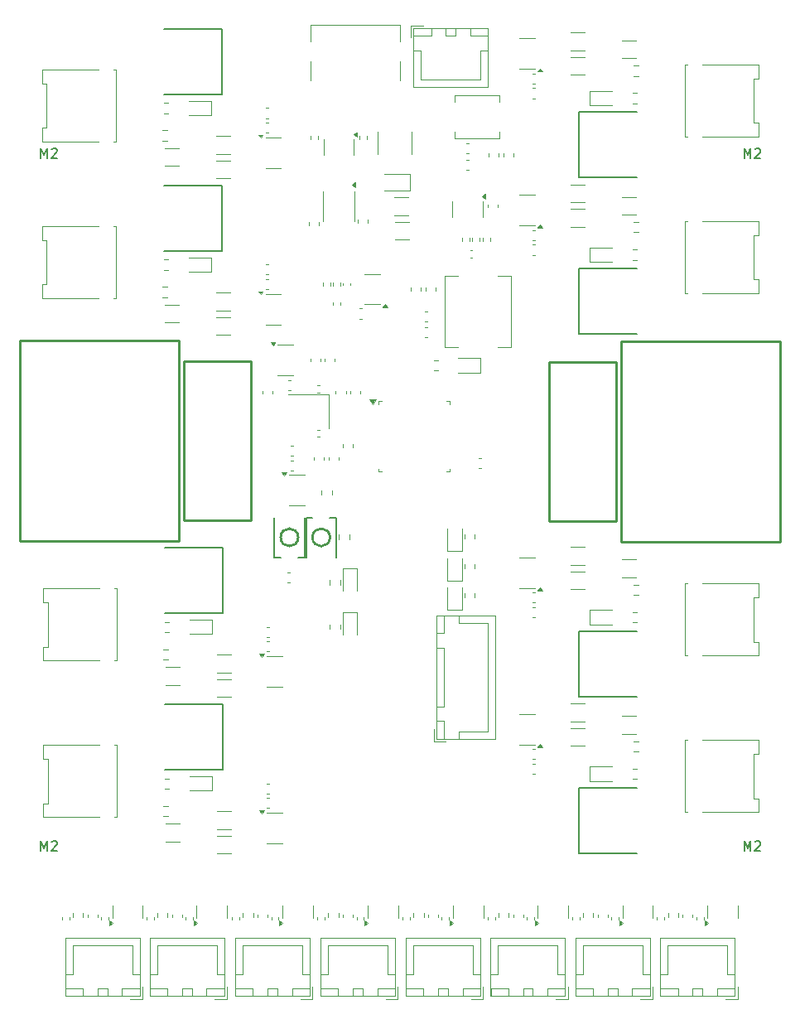
<source format=gbr>
%TF.GenerationSoftware,KiCad,Pcbnew,9.0.3-9.0.3-0~ubuntu24.04.1*%
%TF.CreationDate,2025-08-15T16:19:55-04:00*%
%TF.ProjectId,power distribution,706f7765-7220-4646-9973-747269627574,rev?*%
%TF.SameCoordinates,Original*%
%TF.FileFunction,Legend,Top*%
%TF.FilePolarity,Positive*%
%FSLAX46Y46*%
G04 Gerber Fmt 4.6, Leading zero omitted, Abs format (unit mm)*
G04 Created by KiCad (PCBNEW 9.0.3-9.0.3-0~ubuntu24.04.1) date 2025-08-15 16:19:55*
%MOMM*%
%LPD*%
G01*
G04 APERTURE LIST*
%ADD10C,0.150000*%
%ADD11C,0.120000*%
%ADD12C,0.250000*%
G04 APERTURE END LIST*
D10*
X163990476Y-96604819D02*
X163990476Y-95604819D01*
X163990476Y-95604819D02*
X164323809Y-96319104D01*
X164323809Y-96319104D02*
X164657142Y-95604819D01*
X164657142Y-95604819D02*
X164657142Y-96604819D01*
X165085714Y-95700057D02*
X165133333Y-95652438D01*
X165133333Y-95652438D02*
X165228571Y-95604819D01*
X165228571Y-95604819D02*
X165466666Y-95604819D01*
X165466666Y-95604819D02*
X165561904Y-95652438D01*
X165561904Y-95652438D02*
X165609523Y-95700057D01*
X165609523Y-95700057D02*
X165657142Y-95795295D01*
X165657142Y-95795295D02*
X165657142Y-95890533D01*
X165657142Y-95890533D02*
X165609523Y-96033390D01*
X165609523Y-96033390D02*
X165038095Y-96604819D01*
X165038095Y-96604819D02*
X165657142Y-96604819D01*
X163990476Y-25804819D02*
X163990476Y-24804819D01*
X163990476Y-24804819D02*
X164323809Y-25519104D01*
X164323809Y-25519104D02*
X164657142Y-24804819D01*
X164657142Y-24804819D02*
X164657142Y-25804819D01*
X165085714Y-24900057D02*
X165133333Y-24852438D01*
X165133333Y-24852438D02*
X165228571Y-24804819D01*
X165228571Y-24804819D02*
X165466666Y-24804819D01*
X165466666Y-24804819D02*
X165561904Y-24852438D01*
X165561904Y-24852438D02*
X165609523Y-24900057D01*
X165609523Y-24900057D02*
X165657142Y-24995295D01*
X165657142Y-24995295D02*
X165657142Y-25090533D01*
X165657142Y-25090533D02*
X165609523Y-25233390D01*
X165609523Y-25233390D02*
X165038095Y-25804819D01*
X165038095Y-25804819D02*
X165657142Y-25804819D01*
X92090476Y-25804819D02*
X92090476Y-24804819D01*
X92090476Y-24804819D02*
X92423809Y-25519104D01*
X92423809Y-25519104D02*
X92757142Y-24804819D01*
X92757142Y-24804819D02*
X92757142Y-25804819D01*
X93185714Y-24900057D02*
X93233333Y-24852438D01*
X93233333Y-24852438D02*
X93328571Y-24804819D01*
X93328571Y-24804819D02*
X93566666Y-24804819D01*
X93566666Y-24804819D02*
X93661904Y-24852438D01*
X93661904Y-24852438D02*
X93709523Y-24900057D01*
X93709523Y-24900057D02*
X93757142Y-24995295D01*
X93757142Y-24995295D02*
X93757142Y-25090533D01*
X93757142Y-25090533D02*
X93709523Y-25233390D01*
X93709523Y-25233390D02*
X93138095Y-25804819D01*
X93138095Y-25804819D02*
X93757142Y-25804819D01*
X92090476Y-96604819D02*
X92090476Y-95604819D01*
X92090476Y-95604819D02*
X92423809Y-96319104D01*
X92423809Y-96319104D02*
X92757142Y-95604819D01*
X92757142Y-95604819D02*
X92757142Y-96604819D01*
X93185714Y-95700057D02*
X93233333Y-95652438D01*
X93233333Y-95652438D02*
X93328571Y-95604819D01*
X93328571Y-95604819D02*
X93566666Y-95604819D01*
X93566666Y-95604819D02*
X93661904Y-95652438D01*
X93661904Y-95652438D02*
X93709523Y-95700057D01*
X93709523Y-95700057D02*
X93757142Y-95795295D01*
X93757142Y-95795295D02*
X93757142Y-95890533D01*
X93757142Y-95890533D02*
X93709523Y-96033390D01*
X93709523Y-96033390D02*
X93138095Y-96604819D01*
X93138095Y-96604819D02*
X93757142Y-96604819D01*
D11*
%TO.C,R11*%
X109986946Y-26050000D02*
X111441074Y-26050000D01*
X109986946Y-27870000D02*
X111441074Y-27870000D01*
%TO.C,C56*%
X157710000Y-103084420D02*
X157710000Y-103365580D01*
X158730000Y-103084420D02*
X158730000Y-103365580D01*
%TO.C,R22*%
X104736946Y-40800000D02*
X106191074Y-40800000D01*
X104736946Y-42620000D02*
X106191074Y-42620000D01*
%TO.C,C1*%
X142615580Y-70220000D02*
X142334420Y-70220000D01*
X142615580Y-71240000D02*
X142334420Y-71240000D01*
%TO.C,C42*%
X121102500Y-46565580D02*
X121102500Y-46284420D01*
X122122500Y-46565580D02*
X122122500Y-46284420D01*
%TO.C,D25*%
X134700000Y-47735000D02*
X136985000Y-47735000D01*
X136985000Y-46265000D02*
X134700000Y-46265000D01*
X136985000Y-47735000D02*
X136985000Y-46265000D01*
%TO.C,R7*%
X152952064Y-66820000D02*
X151497936Y-66820000D01*
X152952064Y-68640000D02*
X151497936Y-68640000D01*
%TO.C,F1*%
X126540000Y-23088748D02*
X126540000Y-25411252D01*
X129960000Y-23088748D02*
X129960000Y-25411252D01*
%TO.C,D14*%
X122925000Y-67715000D02*
X122925000Y-70000000D01*
X124395000Y-67715000D02*
X122925000Y-67715000D01*
X124395000Y-70000000D02*
X124395000Y-67715000D01*
%TO.C,J2*%
X92194010Y-16775000D02*
X97944010Y-16775000D01*
X92194010Y-18195000D02*
X92194010Y-16775000D01*
X92194010Y-22725000D02*
X92694010Y-22725000D01*
X92194010Y-24145000D02*
X92194010Y-22725000D01*
X92694010Y-18195000D02*
X92194010Y-18195000D01*
X92694010Y-22725000D02*
X92694010Y-18195000D01*
X97944010Y-24145000D02*
X92194010Y-24145000D01*
X99484010Y-24145000D02*
X99784010Y-24145000D01*
X99784010Y-16775000D02*
X99484010Y-16775000D01*
X99784010Y-24145000D02*
X99784010Y-16775000D01*
%TO.C,R77*%
X152556492Y-35157500D02*
X153031008Y-35157500D01*
X152556492Y-36202500D02*
X153031008Y-36202500D01*
%TO.C,D21*%
X151540000Y-102812500D02*
X151540000Y-102162500D01*
X151540000Y-102812500D02*
X151540000Y-103462500D01*
X154660000Y-102812500D02*
X154660000Y-102162500D01*
X154660000Y-102812500D02*
X154660000Y-103462500D01*
X151590000Y-103975000D02*
X151260000Y-104215000D01*
X151260000Y-103735000D01*
X151590000Y-103975000D01*
G36*
X151590000Y-103975000D02*
G01*
X151260000Y-104215000D01*
X151260000Y-103735000D01*
X151590000Y-103975000D01*
G37*
%TO.C,R83*%
X156197500Y-103412258D02*
X156197500Y-102937742D01*
X157242500Y-103412258D02*
X157242500Y-102937742D01*
%TO.C,R42*%
X111531074Y-92570000D02*
X110076946Y-92570000D01*
X111531074Y-94390000D02*
X110076946Y-94390000D01*
%TO.C,R78*%
X146247936Y-31020000D02*
X147702064Y-31020000D01*
X146247936Y-32840000D02*
X147702064Y-32840000D01*
D10*
%TO.C,SW1*%
X115960000Y-62540000D02*
X115960000Y-66600000D01*
X115960000Y-66600000D02*
X116620000Y-66600000D01*
X119040000Y-62540000D02*
X119040000Y-66600000D01*
X119040000Y-66600000D02*
X118380000Y-66600000D01*
D12*
X118400000Y-64570000D02*
G75*
G02*
X116600000Y-64570000I-900000J0D01*
G01*
X116600000Y-64570000D02*
G75*
G02*
X118400000Y-64570000I900000J0D01*
G01*
D11*
%TO.C,R44*%
X94265000Y-103346359D02*
X94265000Y-103653641D01*
X95025000Y-103346359D02*
X95025000Y-103653641D01*
D10*
%TO.C,Q8*%
X147055000Y-37110000D02*
X147055000Y-43800000D01*
X153025000Y-37110000D02*
X147055000Y-37110000D01*
X153025000Y-43800000D02*
X147055000Y-43800000D01*
D11*
%TO.C,C3*%
X122240000Y-49890580D02*
X122240000Y-49609420D01*
X123260000Y-49890580D02*
X123260000Y-49609420D01*
%TO.C,U10*%
X115941510Y-76720000D02*
X115141510Y-76720000D01*
X115941510Y-76720000D02*
X116741510Y-76720000D01*
X115941510Y-79840000D02*
X115141510Y-79840000D01*
X115941510Y-79840000D02*
X116741510Y-79840000D01*
X114641510Y-76770000D02*
X114401510Y-76440000D01*
X114881510Y-76440000D01*
X114641510Y-76770000D01*
G36*
X114641510Y-76770000D02*
G01*
X114401510Y-76440000D01*
X114881510Y-76440000D01*
X114641510Y-76770000D01*
G37*
D12*
%TO.C,J17*%
X89984010Y-44440000D02*
X89984010Y-64940000D01*
X89984010Y-64940000D02*
X106184010Y-64940000D01*
X106184010Y-44440000D02*
X89984010Y-44440000D01*
X106184010Y-64940000D02*
X106184010Y-44440000D01*
D11*
%TO.C,R33*%
X104826946Y-77820000D02*
X106281074Y-77820000D01*
X104826946Y-79640000D02*
X106281074Y-79640000D01*
%TO.C,R1*%
X152556492Y-72207500D02*
X153031008Y-72207500D01*
X152556492Y-73252500D02*
X153031008Y-73252500D01*
%TO.C,U8*%
X120978000Y-24712000D02*
X120978000Y-23912000D01*
X120978000Y-24712000D02*
X120978000Y-25512000D01*
X124098000Y-24712000D02*
X124098000Y-23912000D01*
X124098000Y-24712000D02*
X124098000Y-25512000D01*
X124378000Y-23652000D02*
X124048000Y-23412000D01*
X124378000Y-23172000D01*
X124378000Y-23652000D01*
G36*
X124378000Y-23652000D02*
G01*
X124048000Y-23412000D01*
X124378000Y-23172000D01*
X124378000Y-23652000D01*
G37*
%TO.C,C25*%
X135584420Y-24290000D02*
X135865580Y-24290000D01*
X135584420Y-25310000D02*
X135865580Y-25310000D01*
%TO.C,R43*%
X104826946Y-93820000D02*
X106281074Y-93820000D01*
X104826946Y-95640000D02*
X106281074Y-95640000D01*
%TO.C,C11*%
X131440000Y-39059420D02*
X131440000Y-39340580D01*
X132460000Y-39059420D02*
X132460000Y-39340580D01*
%TO.C,C23*%
X137765000Y-30840580D02*
X137765000Y-30559420D01*
X138785000Y-30840580D02*
X138785000Y-30559420D01*
%TO.C,R68*%
X152952064Y-13770000D02*
X151497936Y-13770000D01*
X152952064Y-15590000D02*
X151497936Y-15590000D01*
%TO.C,J13*%
X157905000Y-16245000D02*
X157905000Y-23615000D01*
X157905000Y-23615000D02*
X158205000Y-23615000D01*
X158205000Y-16245000D02*
X157905000Y-16245000D01*
X159745000Y-16245000D02*
X165495000Y-16245000D01*
X164995000Y-17665000D02*
X164995000Y-22195000D01*
X164995000Y-22195000D02*
X165495000Y-22195000D01*
X165495000Y-16245000D02*
X165495000Y-17665000D01*
X165495000Y-17665000D02*
X164995000Y-17665000D01*
X165495000Y-22195000D02*
X165495000Y-23615000D01*
X165495000Y-23615000D02*
X159745000Y-23615000D01*
%TO.C,C44*%
X131700000Y-103084420D02*
X131700000Y-103365580D01*
X132720000Y-103084420D02*
X132720000Y-103365580D01*
%TO.C,J3*%
X157905000Y-85295000D02*
X157905000Y-92665000D01*
X157905000Y-92665000D02*
X158205000Y-92665000D01*
X158205000Y-85295000D02*
X157905000Y-85295000D01*
X159745000Y-85295000D02*
X165495000Y-85295000D01*
X164995000Y-86715000D02*
X164995000Y-91245000D01*
X164995000Y-91245000D02*
X165495000Y-91245000D01*
X165495000Y-85295000D02*
X165495000Y-86715000D01*
X165495000Y-86715000D02*
X164995000Y-86715000D01*
X165495000Y-91245000D02*
X165495000Y-92665000D01*
X165495000Y-92665000D02*
X159745000Y-92665000D01*
%TO.C,R45*%
X98265000Y-103346359D02*
X98265000Y-103653641D01*
X99025000Y-103346359D02*
X99025000Y-103653641D01*
%TO.C,C38*%
X115163430Y-91220000D02*
X115444590Y-91220000D01*
X115163430Y-92240000D02*
X115444590Y-92240000D01*
%TO.C,C30*%
X124490000Y-32390580D02*
X124490000Y-32109420D01*
X125510000Y-32390580D02*
X125510000Y-32109420D01*
%TO.C,R17*%
X105132518Y-36187500D02*
X104658002Y-36187500D01*
X105132518Y-37232500D02*
X104658002Y-37232500D01*
%TO.C,U9*%
X120890000Y-30750000D02*
X120890000Y-29250000D01*
X120890000Y-30750000D02*
X120890000Y-32250000D01*
X124110000Y-30750000D02*
X124110000Y-29250000D01*
X124110000Y-30750000D02*
X124110000Y-32250000D01*
X124265000Y-28777500D02*
X123935000Y-28537500D01*
X124265000Y-28297500D01*
X124265000Y-28777500D01*
G36*
X124265000Y-28777500D02*
G01*
X123935000Y-28537500D01*
X124265000Y-28297500D01*
X124265000Y-28777500D01*
G37*
%TO.C,C40*%
X114740000Y-49609420D02*
X114740000Y-49890580D01*
X115760000Y-49609420D02*
X115760000Y-49890580D01*
%TO.C,C53*%
X114260000Y-103084420D02*
X114260000Y-103365580D01*
X115280000Y-103084420D02*
X115280000Y-103365580D01*
%TO.C,J14*%
X103210000Y-105490000D02*
X103210000Y-111460000D01*
X103210000Y-111460000D02*
X110830000Y-111460000D01*
X103220000Y-109200000D02*
X103970000Y-109200000D01*
X103220000Y-110700000D02*
X103220000Y-111450000D01*
X103220000Y-111450000D02*
X105020000Y-111450000D01*
X103970000Y-106250000D02*
X107020000Y-106250000D01*
X103970000Y-109200000D02*
X103970000Y-106250000D01*
X105020000Y-110700000D02*
X103220000Y-110700000D01*
X105020000Y-111450000D02*
X105020000Y-110700000D01*
X106520000Y-110700000D02*
X106520000Y-111450000D01*
X106520000Y-111450000D02*
X107520000Y-111450000D01*
X107520000Y-110700000D02*
X106520000Y-110700000D01*
X107520000Y-111450000D02*
X107520000Y-110700000D01*
X109020000Y-110700000D02*
X109020000Y-111450000D01*
X109020000Y-111450000D02*
X110820000Y-111450000D01*
X109870000Y-111750000D02*
X111120000Y-111750000D01*
X110070000Y-106250000D02*
X107020000Y-106250000D01*
X110070000Y-109200000D02*
X110070000Y-106250000D01*
X110820000Y-109200000D02*
X110070000Y-109200000D01*
X110820000Y-110700000D02*
X109020000Y-110700000D01*
X110820000Y-111450000D02*
X110820000Y-110700000D01*
X110830000Y-105490000D02*
X103210000Y-105490000D01*
X110830000Y-111460000D02*
X110830000Y-105490000D01*
X111120000Y-111750000D02*
X111120000Y-110500000D01*
%TO.C,J15*%
X138070000Y-105490000D02*
X138070000Y-111460000D01*
X138070000Y-111460000D02*
X145690000Y-111460000D01*
X138080000Y-109200000D02*
X138830000Y-109200000D01*
X138080000Y-110700000D02*
X138080000Y-111450000D01*
X138080000Y-111450000D02*
X139880000Y-111450000D01*
X138830000Y-106250000D02*
X141880000Y-106250000D01*
X138830000Y-109200000D02*
X138830000Y-106250000D01*
X139880000Y-110700000D02*
X138080000Y-110700000D01*
X139880000Y-111450000D02*
X139880000Y-110700000D01*
X141380000Y-110700000D02*
X141380000Y-111450000D01*
X141380000Y-111450000D02*
X142380000Y-111450000D01*
X142380000Y-110700000D02*
X141380000Y-110700000D01*
X142380000Y-111450000D02*
X142380000Y-110700000D01*
X143880000Y-110700000D02*
X143880000Y-111450000D01*
X143880000Y-111450000D02*
X145680000Y-111450000D01*
X144730000Y-111750000D02*
X145980000Y-111750000D01*
X144930000Y-106250000D02*
X141880000Y-106250000D01*
X144930000Y-109200000D02*
X144930000Y-106250000D01*
X145680000Y-109200000D02*
X144930000Y-109200000D01*
X145680000Y-110700000D02*
X143880000Y-110700000D01*
X145680000Y-111450000D02*
X145680000Y-110700000D01*
X145690000Y-105490000D02*
X138070000Y-105490000D01*
X145690000Y-111460000D02*
X145690000Y-105490000D01*
X145980000Y-111750000D02*
X145980000Y-110500000D01*
%TO.C,C21*%
X115073430Y-38200000D02*
X115354590Y-38200000D01*
X115073430Y-39220000D02*
X115354590Y-39220000D01*
%TO.C,J10*%
X94585000Y-105490000D02*
X94585000Y-111460000D01*
X94585000Y-111460000D02*
X102205000Y-111460000D01*
X94595000Y-109200000D02*
X95345000Y-109200000D01*
X94595000Y-110700000D02*
X94595000Y-111450000D01*
X94595000Y-111450000D02*
X96395000Y-111450000D01*
X95345000Y-106250000D02*
X98395000Y-106250000D01*
X95345000Y-109200000D02*
X95345000Y-106250000D01*
X96395000Y-110700000D02*
X94595000Y-110700000D01*
X96395000Y-111450000D02*
X96395000Y-110700000D01*
X97895000Y-110700000D02*
X97895000Y-111450000D01*
X97895000Y-111450000D02*
X98895000Y-111450000D01*
X98895000Y-110700000D02*
X97895000Y-110700000D01*
X98895000Y-111450000D02*
X98895000Y-110700000D01*
X100395000Y-110700000D02*
X100395000Y-111450000D01*
X100395000Y-111450000D02*
X102195000Y-111450000D01*
X101245000Y-111750000D02*
X102495000Y-111750000D01*
X101445000Y-106250000D02*
X98395000Y-106250000D01*
X101445000Y-109200000D02*
X101445000Y-106250000D01*
X102195000Y-109200000D02*
X101445000Y-109200000D01*
X102195000Y-110700000D02*
X100395000Y-110700000D01*
X102195000Y-111450000D02*
X102195000Y-110700000D01*
X102205000Y-105490000D02*
X94585000Y-105490000D01*
X102205000Y-111460000D02*
X102205000Y-105490000D01*
X102495000Y-111750000D02*
X102495000Y-110500000D01*
%TO.C,C7*%
X119990000Y-56359420D02*
X119990000Y-56640580D01*
X121010000Y-56359420D02*
X121010000Y-56640580D01*
%TO.C,R61*%
X102890000Y-103346359D02*
X102890000Y-103653641D01*
X103650000Y-103346359D02*
X103650000Y-103653641D01*
%TO.C,R87*%
X159090000Y-103346359D02*
X159090000Y-103653641D01*
X159850000Y-103346359D02*
X159850000Y-103653641D01*
%TO.C,C33*%
X117609420Y-55240000D02*
X117890580Y-55240000D01*
X117609420Y-56260000D02*
X117890580Y-56260000D01*
%TO.C,R16*%
X152556492Y-88207500D02*
X153031008Y-88207500D01*
X152556492Y-89252500D02*
X153031008Y-89252500D01*
%TO.C,C8*%
X115073430Y-22200000D02*
X115354590Y-22200000D01*
X115073430Y-23220000D02*
X115354590Y-23220000D01*
%TO.C,C54*%
X149040000Y-103084420D02*
X149040000Y-103365580D01*
X150060000Y-103084420D02*
X150060000Y-103365580D01*
%TO.C,U15*%
X141837500Y-29570000D02*
X141037500Y-29570000D01*
X141837500Y-29570000D02*
X142637500Y-29570000D01*
X141837500Y-32690000D02*
X141037500Y-32690000D01*
X141837500Y-32690000D02*
X142637500Y-32690000D01*
X143377500Y-32970000D02*
X142897500Y-32970000D01*
X143137500Y-32640000D01*
X143377500Y-32970000D01*
G36*
X143377500Y-32970000D02*
G01*
X142897500Y-32970000D01*
X143137500Y-32640000D01*
X143377500Y-32970000D01*
G37*
%TO.C,C14*%
X131615580Y-41490000D02*
X131334420Y-41490000D01*
X131615580Y-42510000D02*
X131334420Y-42510000D01*
%TO.C,D20*%
X116760000Y-102812500D02*
X116760000Y-102162500D01*
X116760000Y-102812500D02*
X116760000Y-103462500D01*
X119880000Y-102812500D02*
X119880000Y-102162500D01*
X119880000Y-102812500D02*
X119880000Y-103462500D01*
X116810000Y-103975000D02*
X116480000Y-104215000D01*
X116480000Y-103735000D01*
X116810000Y-103975000D01*
G36*
X116810000Y-103975000D02*
G01*
X116480000Y-104215000D01*
X116480000Y-103735000D01*
X116810000Y-103975000D01*
G37*
%TO.C,R32*%
X111531074Y-76570000D02*
X110076946Y-76570000D01*
X111531074Y-78390000D02*
X110076946Y-78390000D01*
%TO.C,C17*%
X122990000Y-38807836D02*
X122990000Y-38592164D01*
X123710000Y-38807836D02*
X123710000Y-38592164D01*
%TO.C,C15*%
X117259420Y-68190000D02*
X117540580Y-68190000D01*
X117259420Y-69210000D02*
X117540580Y-69210000D01*
%TO.C,R40*%
X130187500Y-103412258D02*
X130187500Y-102937742D01*
X131232500Y-103412258D02*
X131232500Y-102937742D01*
%TO.C,C27*%
X139365000Y-25334420D02*
X139365000Y-25615580D01*
X140385000Y-25334420D02*
X140385000Y-25615580D01*
%TO.C,R58*%
X103997500Y-103412258D02*
X103997500Y-102937742D01*
X105042500Y-103412258D02*
X105042500Y-102937742D01*
%TO.C,R12*%
X121970000Y-38853641D02*
X121970000Y-38546359D01*
X122730000Y-38853641D02*
X122730000Y-38546359D01*
%TO.C,C12*%
X129940000Y-39059420D02*
X129940000Y-39340580D01*
X130960000Y-39059420D02*
X130960000Y-39340580D01*
%TO.C,D24*%
X160210000Y-102812500D02*
X160210000Y-102162500D01*
X160210000Y-102812500D02*
X160210000Y-103462500D01*
X163330000Y-102812500D02*
X163330000Y-102162500D01*
X163330000Y-102812500D02*
X163330000Y-103462500D01*
X160260000Y-103975000D02*
X159930000Y-104215000D01*
X159930000Y-103735000D01*
X160260000Y-103975000D01*
G36*
X160260000Y-103975000D02*
G01*
X159930000Y-104215000D01*
X159930000Y-103735000D01*
X160260000Y-103975000D01*
G37*
%TO.C,U12*%
X117112500Y-44890000D02*
X116312500Y-44890000D01*
X117112500Y-44890000D02*
X117912500Y-44890000D01*
X117112500Y-48010000D02*
X116312500Y-48010000D01*
X117112500Y-48010000D02*
X117912500Y-48010000D01*
X115812500Y-44940000D02*
X115572500Y-44610000D01*
X116052500Y-44610000D01*
X115812500Y-44940000D01*
G36*
X115812500Y-44940000D02*
G01*
X115572500Y-44610000D01*
X116052500Y-44610000D01*
X115812500Y-44940000D01*
G37*
%TO.C,C26*%
X137865000Y-25359420D02*
X137865000Y-25640580D01*
X138885000Y-25359420D02*
X138885000Y-25640580D01*
%TO.C,C19*%
X142615580Y-86220000D02*
X142334420Y-86220000D01*
X142615580Y-87240000D02*
X142334420Y-87240000D01*
%TO.C,R84*%
X120360000Y-103346359D02*
X120360000Y-103653641D01*
X121120000Y-103346359D02*
X121120000Y-103653641D01*
%TO.C,R75*%
X146420000Y-103346359D02*
X146420000Y-103653641D01*
X147180000Y-103346359D02*
X147180000Y-103653641D01*
%TO.C,D9*%
X134200000Y-102812500D02*
X134200000Y-102162500D01*
X134200000Y-102812500D02*
X134200000Y-103462500D01*
X137320000Y-102812500D02*
X137320000Y-102162500D01*
X137320000Y-102812500D02*
X137320000Y-103462500D01*
X134250000Y-103975000D02*
X133920000Y-104215000D01*
X133920000Y-103735000D01*
X134250000Y-103975000D01*
G36*
X134250000Y-103975000D02*
G01*
X133920000Y-104215000D01*
X133920000Y-103735000D01*
X134250000Y-103975000D01*
G37*
D10*
%TO.C,Q1*%
X147055000Y-74160000D02*
X147055000Y-80850000D01*
X153025000Y-74160000D02*
X147055000Y-74160000D01*
X153025000Y-80850000D02*
X147055000Y-80850000D01*
D11*
%TO.C,R59*%
X138857500Y-103412258D02*
X138857500Y-102937742D01*
X139902500Y-103412258D02*
X139902500Y-102937742D01*
%TO.C,C55*%
X122980000Y-103084420D02*
X122980000Y-103365580D01*
X124000000Y-103084420D02*
X124000000Y-103365580D01*
%TO.C,R50*%
X110076946Y-95070000D02*
X111531074Y-95070000D01*
X110076946Y-96890000D02*
X111531074Y-96890000D01*
%TO.C,C4*%
X123740000Y-49890580D02*
X123740000Y-49609420D01*
X124760000Y-49890580D02*
X124760000Y-49609420D01*
%TO.C,C39*%
X117359420Y-48490000D02*
X117640580Y-48490000D01*
X117359420Y-49510000D02*
X117640580Y-49510000D01*
%TO.C,C51*%
X142615580Y-33170000D02*
X142334420Y-33170000D01*
X142615580Y-34190000D02*
X142334420Y-34190000D01*
%TO.C,R39*%
X95372500Y-103412258D02*
X95372500Y-102937742D01*
X96417500Y-103412258D02*
X96417500Y-102937742D01*
%TO.C,U6*%
X141837500Y-82620000D02*
X141037500Y-82620000D01*
X141837500Y-82620000D02*
X142637500Y-82620000D01*
X141837500Y-85740000D02*
X141037500Y-85740000D01*
X141837500Y-85740000D02*
X142637500Y-85740000D01*
X143377500Y-86020000D02*
X142897500Y-86020000D01*
X143137500Y-85690000D01*
X143377500Y-86020000D01*
G36*
X143377500Y-86020000D02*
G01*
X142897500Y-86020000D01*
X143137500Y-85690000D01*
X143377500Y-86020000D01*
G37*
%TO.C,C43*%
X96885000Y-103084420D02*
X96885000Y-103365580D01*
X97905000Y-103084420D02*
X97905000Y-103365580D01*
%TO.C,J19*%
X157905000Y-32245000D02*
X157905000Y-39615000D01*
X157905000Y-39615000D02*
X158205000Y-39615000D01*
X158205000Y-32245000D02*
X157905000Y-32245000D01*
X159745000Y-32245000D02*
X165495000Y-32245000D01*
X164995000Y-33665000D02*
X164995000Y-38195000D01*
X164995000Y-38195000D02*
X165495000Y-38195000D01*
X165495000Y-32245000D02*
X165495000Y-33665000D01*
X165495000Y-33665000D02*
X164995000Y-33665000D01*
X165495000Y-38195000D02*
X165495000Y-39615000D01*
X165495000Y-39615000D02*
X159745000Y-39615000D01*
%TO.C,D5*%
X129860000Y-27400000D02*
X127200000Y-27400000D01*
X129860000Y-29100000D02*
X127200000Y-29100000D01*
X129860000Y-29100000D02*
X129860000Y-27400000D01*
%TO.C,C29*%
X119477500Y-32665580D02*
X119477500Y-32384420D01*
X120497500Y-32665580D02*
X120497500Y-32384420D01*
%TO.C,D13*%
X133665000Y-69712500D02*
X133665000Y-71997500D01*
X133665000Y-71997500D02*
X135135000Y-71997500D01*
X135135000Y-71997500D02*
X135135000Y-69712500D01*
%TO.C,D8*%
X99385000Y-102812500D02*
X99385000Y-102162500D01*
X99385000Y-102812500D02*
X99385000Y-103462500D01*
X102505000Y-102812500D02*
X102505000Y-102162500D01*
X102505000Y-102812500D02*
X102505000Y-103462500D01*
X99435000Y-103975000D02*
X99105000Y-104215000D01*
X99105000Y-103735000D01*
X99435000Y-103975000D01*
G36*
X99435000Y-103975000D02*
G01*
X99105000Y-104215000D01*
X99105000Y-103735000D01*
X99435000Y-103975000D01*
G37*
%TO.C,C47*%
X142615580Y-17170000D02*
X142334420Y-17170000D01*
X142615580Y-18190000D02*
X142334420Y-18190000D01*
%TO.C,U13*%
X115941510Y-92720000D02*
X115141510Y-92720000D01*
X115941510Y-92720000D02*
X116741510Y-92720000D01*
X115941510Y-95840000D02*
X115141510Y-95840000D01*
X115941510Y-95840000D02*
X116741510Y-95840000D01*
X114641510Y-92770000D02*
X114401510Y-92440000D01*
X114881510Y-92440000D01*
X114641510Y-92770000D01*
G36*
X114641510Y-92770000D02*
G01*
X114401510Y-92440000D01*
X114881510Y-92440000D01*
X114641510Y-92770000D01*
G37*
%TO.C,C36*%
X121490000Y-56665580D02*
X121490000Y-56384420D01*
X122510000Y-56665580D02*
X122510000Y-56384420D01*
%TO.C,C9*%
X115073430Y-20700000D02*
X115354590Y-20700000D01*
X115073430Y-21720000D02*
X115354590Y-21720000D01*
%TO.C,C28*%
X136182836Y-35240000D02*
X135967164Y-35240000D01*
X136182836Y-35960000D02*
X135967164Y-35960000D01*
%TO.C,R27*%
X136195000Y-33946359D02*
X136195000Y-34253641D01*
X136955000Y-33946359D02*
X136955000Y-34253641D01*
%TO.C,D12*%
X133665000Y-66712500D02*
X133665000Y-68997500D01*
X133665000Y-68997500D02*
X135135000Y-68997500D01*
X135135000Y-68997500D02*
X135135000Y-66712500D01*
%TO.C,R6*%
X111441074Y-23550000D02*
X109986946Y-23550000D01*
X111441074Y-25370000D02*
X109986946Y-25370000D01*
%TO.C,R8*%
X104736946Y-24800000D02*
X106191074Y-24800000D01*
X104736946Y-26620000D02*
X106191074Y-26620000D01*
%TO.C,C24*%
X135584420Y-25990000D02*
X135865580Y-25990000D01*
X135584420Y-27010000D02*
X135865580Y-27010000D01*
%TO.C,R5*%
X146247936Y-68070000D02*
X147702064Y-68070000D01*
X146247936Y-69890000D02*
X147702064Y-69890000D01*
%TO.C,J22*%
X120680000Y-105490000D02*
X120680000Y-111460000D01*
X120680000Y-111460000D02*
X128300000Y-111460000D01*
X120690000Y-109200000D02*
X121440000Y-109200000D01*
X120690000Y-110700000D02*
X120690000Y-111450000D01*
X120690000Y-111450000D02*
X122490000Y-111450000D01*
X121440000Y-106250000D02*
X124490000Y-106250000D01*
X121440000Y-109200000D02*
X121440000Y-106250000D01*
X122490000Y-110700000D02*
X120690000Y-110700000D01*
X122490000Y-111450000D02*
X122490000Y-110700000D01*
X123990000Y-110700000D02*
X123990000Y-111450000D01*
X123990000Y-111450000D02*
X124990000Y-111450000D01*
X124990000Y-110700000D02*
X123990000Y-110700000D01*
X124990000Y-111450000D02*
X124990000Y-110700000D01*
X126490000Y-110700000D02*
X126490000Y-111450000D01*
X126490000Y-111450000D02*
X128290000Y-111450000D01*
X127340000Y-111750000D02*
X128590000Y-111750000D01*
X127540000Y-106250000D02*
X124490000Y-106250000D01*
X127540000Y-109200000D02*
X127540000Y-106250000D01*
X128290000Y-109200000D02*
X127540000Y-109200000D01*
X128290000Y-110700000D02*
X126490000Y-110700000D01*
X128290000Y-111450000D02*
X128290000Y-110700000D01*
X128300000Y-105490000D02*
X120680000Y-105490000D01*
X128300000Y-111460000D02*
X128300000Y-105490000D01*
X128590000Y-111750000D02*
X128590000Y-110500000D01*
%TO.C,R21*%
X137295000Y-33946359D02*
X137295000Y-34253641D01*
X138055000Y-33946359D02*
X138055000Y-34253641D01*
%TO.C,R29*%
X128235436Y-29840000D02*
X129689564Y-29840000D01*
X128235436Y-31660000D02*
X129689564Y-31660000D01*
%TO.C,R62*%
X106890000Y-103346359D02*
X106890000Y-103653641D01*
X107650000Y-103346359D02*
X107650000Y-103653641D01*
%TO.C,R30*%
X105222518Y-73207500D02*
X104748002Y-73207500D01*
X105222518Y-74252500D02*
X104748002Y-74252500D01*
%TO.C,C5*%
X136834420Y-56490000D02*
X137115580Y-56490000D01*
X136834420Y-57510000D02*
X137115580Y-57510000D01*
%TO.C,C16*%
X120582836Y-49065000D02*
X120367164Y-49065000D01*
X120582836Y-49785000D02*
X120367164Y-49785000D01*
%TO.C,R23*%
X147702064Y-81570000D02*
X146247936Y-81570000D01*
X147702064Y-83390000D02*
X146247936Y-83390000D01*
%TO.C,R88*%
X132262742Y-46477500D02*
X132737258Y-46477500D01*
X132262742Y-47522500D02*
X132737258Y-47522500D01*
D10*
%TO.C,Q2*%
X104664010Y-12590000D02*
X110634010Y-12590000D01*
X104664010Y-19280000D02*
X110634010Y-19280000D01*
X110634010Y-19280000D02*
X110634010Y-12590000D01*
%TO.C,SW2*%
X119210000Y-62540000D02*
X119870000Y-62540000D01*
X119210000Y-66600000D02*
X119210000Y-62540000D01*
X122290000Y-62540000D02*
X121630000Y-62540000D01*
X122290000Y-66600000D02*
X122290000Y-62540000D01*
D12*
X121650000Y-64570000D02*
G75*
G02*
X119850000Y-64570000I-900000J0D01*
G01*
X119850000Y-64570000D02*
G75*
G02*
X121650000Y-64570000I900000J0D01*
G01*
D11*
%TO.C,R71*%
X112747500Y-103412258D02*
X112747500Y-102937742D01*
X113792500Y-103412258D02*
X113792500Y-102937742D01*
%TO.C,C46*%
X142615580Y-18670000D02*
X142334420Y-18670000D01*
X142615580Y-19690000D02*
X142334420Y-19690000D01*
%TO.C,R2*%
X105132518Y-20187500D02*
X104658002Y-20187500D01*
X105132518Y-21232500D02*
X104658002Y-21232500D01*
%TO.C,R31*%
X128272936Y-32340000D02*
X129727064Y-32340000D01*
X128272936Y-34160000D02*
X129727064Y-34160000D01*
%TO.C,U11*%
X118275000Y-58190000D02*
X117475000Y-58190000D01*
X118275000Y-58190000D02*
X119075000Y-58190000D01*
X118275000Y-61310000D02*
X117475000Y-61310000D01*
X118275000Y-61310000D02*
X119075000Y-61310000D01*
X116975000Y-58240000D02*
X116735000Y-57910000D01*
X117215000Y-57910000D01*
X116975000Y-58240000D01*
G36*
X116975000Y-58240000D02*
G01*
X116735000Y-57910000D01*
X117215000Y-57910000D01*
X116975000Y-58240000D01*
G37*
D10*
%TO.C,Q7*%
X147055000Y-21110000D02*
X147055000Y-27800000D01*
X153025000Y-21110000D02*
X147055000Y-21110000D01*
X153025000Y-27800000D02*
X147055000Y-27800000D01*
D11*
%TO.C,R19*%
X111441074Y-39550000D02*
X109986946Y-39550000D01*
X111441074Y-41370000D02*
X109986946Y-41370000D01*
%TO.C,C18*%
X120582836Y-53565000D02*
X120367164Y-53565000D01*
X120582836Y-54285000D02*
X120367164Y-54285000D01*
%TO.C,J20*%
X111960000Y-105490000D02*
X111960000Y-111460000D01*
X111960000Y-111460000D02*
X119580000Y-111460000D01*
X111970000Y-109200000D02*
X112720000Y-109200000D01*
X111970000Y-110700000D02*
X111970000Y-111450000D01*
X111970000Y-111450000D02*
X113770000Y-111450000D01*
X112720000Y-106250000D02*
X115770000Y-106250000D01*
X112720000Y-109200000D02*
X112720000Y-106250000D01*
X113770000Y-110700000D02*
X111970000Y-110700000D01*
X113770000Y-111450000D02*
X113770000Y-110700000D01*
X115270000Y-110700000D02*
X115270000Y-111450000D01*
X115270000Y-111450000D02*
X116270000Y-111450000D01*
X116270000Y-110700000D02*
X115270000Y-110700000D01*
X116270000Y-111450000D02*
X116270000Y-110700000D01*
X117770000Y-110700000D02*
X117770000Y-111450000D01*
X117770000Y-111450000D02*
X119570000Y-111450000D01*
X118620000Y-111750000D02*
X119870000Y-111750000D01*
X118820000Y-106250000D02*
X115770000Y-106250000D01*
X118820000Y-109200000D02*
X118820000Y-106250000D01*
X119570000Y-109200000D02*
X118820000Y-109200000D01*
X119570000Y-110700000D02*
X117770000Y-110700000D01*
X119570000Y-111450000D02*
X119570000Y-110700000D01*
X119580000Y-105490000D02*
X111960000Y-105490000D01*
X119580000Y-111460000D02*
X119580000Y-105490000D01*
X119870000Y-111750000D02*
X119870000Y-110500000D01*
%TO.C,D2*%
X107195260Y-21445000D02*
X109480260Y-21445000D01*
X109480260Y-19975000D02*
X107195260Y-19975000D01*
X109480260Y-21445000D02*
X109480260Y-19975000D01*
%TO.C,R15*%
X120970000Y-38853641D02*
X120970000Y-38546359D01*
X121730000Y-38853641D02*
X121730000Y-38546359D01*
%TO.C,R79*%
X152952064Y-29770000D02*
X151497936Y-29770000D01*
X152952064Y-31590000D02*
X151497936Y-31590000D01*
%TO.C,J11*%
X129400000Y-105490000D02*
X129400000Y-111460000D01*
X129400000Y-111460000D02*
X137020000Y-111460000D01*
X129410000Y-109200000D02*
X130160000Y-109200000D01*
X129410000Y-110700000D02*
X129410000Y-111450000D01*
X129410000Y-111450000D02*
X131210000Y-111450000D01*
X130160000Y-106250000D02*
X133210000Y-106250000D01*
X130160000Y-109200000D02*
X130160000Y-106250000D01*
X131210000Y-110700000D02*
X129410000Y-110700000D01*
X131210000Y-111450000D02*
X131210000Y-110700000D01*
X132710000Y-110700000D02*
X132710000Y-111450000D01*
X132710000Y-111450000D02*
X133710000Y-111450000D01*
X133710000Y-110700000D02*
X132710000Y-110700000D01*
X133710000Y-111450000D02*
X133710000Y-110700000D01*
X135210000Y-110700000D02*
X135210000Y-111450000D01*
X135210000Y-111450000D02*
X137010000Y-111450000D01*
X136060000Y-111750000D02*
X137310000Y-111750000D01*
X136260000Y-106250000D02*
X133210000Y-106250000D01*
X136260000Y-109200000D02*
X136260000Y-106250000D01*
X137010000Y-109200000D02*
X136260000Y-109200000D01*
X137010000Y-110700000D02*
X135210000Y-110700000D01*
X137010000Y-111450000D02*
X137010000Y-110700000D01*
X137020000Y-105490000D02*
X129400000Y-105490000D01*
X137020000Y-111460000D02*
X137020000Y-105490000D01*
X137310000Y-111750000D02*
X137310000Y-110500000D01*
%TO.C,L1*%
X133340000Y-37840000D02*
X134740000Y-37840000D01*
X133340000Y-45160000D02*
X133340000Y-37840000D01*
X134740000Y-45160000D02*
X133340000Y-45160000D01*
X138760000Y-37840000D02*
X140160000Y-37840000D01*
X140160000Y-37840000D02*
X140160000Y-45160000D01*
X140160000Y-45160000D02*
X138760000Y-45160000D01*
%TO.C,J4*%
X132250000Y-84200000D02*
X132250000Y-85450000D01*
X132250000Y-85450000D02*
X133500000Y-85450000D01*
X132540000Y-72540000D02*
X132540000Y-85160000D01*
X132540000Y-85160000D02*
X138510000Y-85160000D01*
X132550000Y-72550000D02*
X132550000Y-74350000D01*
X132550000Y-74350000D02*
X133300000Y-74350000D01*
X132550000Y-75850000D02*
X132550000Y-81850000D01*
X132550000Y-81850000D02*
X133300000Y-81850000D01*
X132550000Y-83350000D02*
X132550000Y-85150000D01*
X132550000Y-85150000D02*
X133300000Y-85150000D01*
X133300000Y-72550000D02*
X132550000Y-72550000D01*
X133300000Y-74350000D02*
X133300000Y-72550000D01*
X133300000Y-75850000D02*
X132550000Y-75850000D01*
X133300000Y-81850000D02*
X133300000Y-75850000D01*
X133300000Y-83350000D02*
X132550000Y-83350000D01*
X133300000Y-85150000D02*
X133300000Y-83350000D01*
X134800000Y-72550000D02*
X134800000Y-73300000D01*
X134800000Y-73300000D02*
X137750000Y-73300000D01*
X134800000Y-84400000D02*
X137750000Y-84400000D01*
X134800000Y-85150000D02*
X134800000Y-84400000D01*
X137750000Y-73300000D02*
X137750000Y-78850000D01*
X137750000Y-84400000D02*
X137750000Y-78850000D01*
X138510000Y-72540000D02*
X132540000Y-72540000D01*
X138510000Y-85160000D02*
X138510000Y-72540000D01*
%TO.C,U4*%
X126640000Y-50640000D02*
X126640000Y-50940000D01*
X126640000Y-57860000D02*
X126640000Y-57560000D01*
X126940000Y-50640000D02*
X126640000Y-50640000D01*
X126940000Y-57860000D02*
X126640000Y-57860000D01*
X133560000Y-50640000D02*
X133860000Y-50640000D01*
X133560000Y-57860000D02*
X133860000Y-57860000D01*
X133860000Y-50640000D02*
X133860000Y-50940000D01*
X133860000Y-57860000D02*
X133860000Y-57560000D01*
X126037500Y-50940000D02*
X125697500Y-50470000D01*
X126377500Y-50470000D01*
X126037500Y-50940000D01*
G36*
X126037500Y-50940000D02*
G01*
X125697500Y-50470000D01*
X126377500Y-50470000D01*
X126037500Y-50940000D01*
G37*
%TO.C,J1*%
X157905000Y-69295000D02*
X157905000Y-76665000D01*
X157905000Y-76665000D02*
X158205000Y-76665000D01*
X158205000Y-69295000D02*
X157905000Y-69295000D01*
X159745000Y-69295000D02*
X165495000Y-69295000D01*
X164995000Y-70715000D02*
X164995000Y-75245000D01*
X164995000Y-75245000D02*
X165495000Y-75245000D01*
X165495000Y-69295000D02*
X165495000Y-70715000D01*
X165495000Y-70715000D02*
X164995000Y-70715000D01*
X165495000Y-75245000D02*
X165495000Y-76665000D01*
X165495000Y-76665000D02*
X159745000Y-76665000D01*
D12*
%TO.C,F2*%
X106704010Y-46580000D02*
X106704010Y-62830000D01*
X106704010Y-62830000D02*
X113564010Y-62830000D01*
X113564010Y-46580000D02*
X106704010Y-46580000D01*
X113564010Y-62830000D02*
X113564010Y-46580000D01*
D10*
%TO.C,Q6*%
X104754010Y-81610000D02*
X110724010Y-81610000D01*
X104754010Y-88300000D02*
X110724010Y-88300000D01*
X110724010Y-88300000D02*
X110724010Y-81610000D01*
D11*
%TO.C,R80*%
X147702064Y-28520000D02*
X146247936Y-28520000D01*
X147702064Y-30340000D02*
X146247936Y-30340000D01*
%TO.C,Y1*%
X121535000Y-49965000D02*
X117415000Y-49965000D01*
X121535000Y-53385000D02*
X121535000Y-49965000D01*
%TO.C,C31*%
X115163430Y-75220000D02*
X115444590Y-75220000D01*
X115163430Y-76240000D02*
X115444590Y-76240000D01*
%TO.C,D19*%
X148208750Y-18945000D02*
X148208750Y-20415000D01*
X148208750Y-20415000D02*
X150493750Y-20415000D01*
X150493750Y-18945000D02*
X148208750Y-18945000D01*
%TO.C,C52*%
X142615580Y-34670000D02*
X142334420Y-34670000D01*
X142615580Y-35690000D02*
X142334420Y-35690000D01*
%TO.C,D11*%
X133665000Y-63675000D02*
X133665000Y-65960000D01*
X133665000Y-65960000D02*
X135135000Y-65960000D01*
X135135000Y-65960000D02*
X135135000Y-63675000D01*
D10*
%TO.C,Q4*%
X104664010Y-28590000D02*
X110634010Y-28590000D01*
X104664010Y-35280000D02*
X110634010Y-35280000D01*
X110634010Y-35280000D02*
X110634010Y-28590000D01*
D11*
%TO.C,R81*%
X153187258Y-32357500D02*
X152712742Y-32357500D01*
X153187258Y-33402500D02*
X152712742Y-33402500D01*
%TO.C,D1*%
X148208750Y-71995000D02*
X148208750Y-73465000D01*
X148208750Y-73465000D02*
X150493750Y-73465000D01*
X150493750Y-71995000D02*
X148208750Y-71995000D01*
%TO.C,C32*%
X115163430Y-73720000D02*
X115444590Y-73720000D01*
X115163430Y-74740000D02*
X115444590Y-74740000D01*
%TO.C,C48*%
X105510000Y-103084420D02*
X105510000Y-103365580D01*
X106530000Y-103084420D02*
X106530000Y-103365580D01*
%TO.C,R25*%
X153187258Y-85407500D02*
X152712742Y-85407500D01*
X153187258Y-86452500D02*
X152712742Y-86452500D01*
D10*
%TO.C,Q3*%
X147055000Y-90160000D02*
X147055000Y-96850000D01*
X153025000Y-90160000D02*
X147055000Y-90160000D01*
X153025000Y-96850000D02*
X147055000Y-96850000D01*
D11*
%TO.C,R73*%
X111640000Y-103346359D02*
X111640000Y-103653641D01*
X112400000Y-103346359D02*
X112400000Y-103653641D01*
%TO.C,R63*%
X137750000Y-103346359D02*
X137750000Y-103653641D01*
X138510000Y-103346359D02*
X138510000Y-103653641D01*
%TO.C,R56*%
X121637500Y-73475242D02*
X121637500Y-73949758D01*
X122682500Y-73475242D02*
X122682500Y-73949758D01*
%TO.C,U3*%
X115851510Y-23700000D02*
X115051510Y-23700000D01*
X115851510Y-23700000D02*
X116651510Y-23700000D01*
X115851510Y-26820000D02*
X115051510Y-26820000D01*
X115851510Y-26820000D02*
X116651510Y-26820000D01*
X114551510Y-23750000D02*
X114311510Y-23420000D01*
X114791510Y-23420000D01*
X114551510Y-23750000D01*
G36*
X114551510Y-23750000D02*
G01*
X114311510Y-23420000D01*
X114791510Y-23420000D01*
X114551510Y-23750000D01*
G37*
%TO.C,R85*%
X124360000Y-103346359D02*
X124360000Y-103653641D01*
X125120000Y-103346359D02*
X125120000Y-103653641D01*
%TO.C,C13*%
X131615580Y-43090000D02*
X131334420Y-43090000D01*
X131615580Y-44110000D02*
X131334420Y-44110000D01*
%TO.C,R86*%
X155090000Y-103346359D02*
X155090000Y-103653641D01*
X155850000Y-103346359D02*
X155850000Y-103653641D01*
%TO.C,R47*%
X133080000Y-103346359D02*
X133080000Y-103653641D01*
X133840000Y-103346359D02*
X133840000Y-103653641D01*
%TO.C,J6*%
X92284010Y-69795000D02*
X98034010Y-69795000D01*
X92284010Y-71215000D02*
X92284010Y-69795000D01*
X92284010Y-75745000D02*
X92784010Y-75745000D01*
X92284010Y-77165000D02*
X92284010Y-75745000D01*
X92784010Y-71215000D02*
X92284010Y-71215000D01*
X92784010Y-75745000D02*
X92784010Y-71215000D01*
X98034010Y-77165000D02*
X92284010Y-77165000D01*
X99574010Y-77165000D02*
X99874010Y-77165000D01*
X99874010Y-69795000D02*
X99574010Y-69795000D01*
X99874010Y-77165000D02*
X99874010Y-69795000D01*
%TO.C,R3*%
X121970000Y-40853641D02*
X121970000Y-40546359D01*
X122730000Y-40853641D02*
X122730000Y-40546359D01*
%TO.C,C49*%
X140370000Y-103084420D02*
X140370000Y-103365580D01*
X141390000Y-103084420D02*
X141390000Y-103365580D01*
%TO.C,R37*%
X104591752Y-76007500D02*
X105066268Y-76007500D01*
X104591752Y-77052500D02*
X105066268Y-77052500D01*
%TO.C,R10*%
X122577500Y-64287742D02*
X122577500Y-64762258D01*
X123622500Y-64287742D02*
X123622500Y-64762258D01*
%TO.C,R46*%
X129080000Y-103346359D02*
X129080000Y-103653641D01*
X129840000Y-103346359D02*
X129840000Y-103653641D01*
%TO.C,U1*%
X126000000Y-37640000D02*
X125200000Y-37640000D01*
X126000000Y-37640000D02*
X126800000Y-37640000D01*
X126000000Y-40760000D02*
X125200000Y-40760000D01*
X126000000Y-40760000D02*
X126800000Y-40760000D01*
X127540000Y-41040000D02*
X127060000Y-41040000D01*
X127300000Y-40710000D01*
X127540000Y-41040000D01*
G36*
X127540000Y-41040000D02*
G01*
X127060000Y-41040000D01*
X127300000Y-40710000D01*
X127540000Y-41040000D01*
G37*
%TO.C,U2*%
X141837500Y-66620000D02*
X141037500Y-66620000D01*
X141837500Y-66620000D02*
X142637500Y-66620000D01*
X141837500Y-69740000D02*
X141037500Y-69740000D01*
X141837500Y-69740000D02*
X142637500Y-69740000D01*
X143377500Y-70020000D02*
X142897500Y-70020000D01*
X143137500Y-69690000D01*
X143377500Y-70020000D01*
G36*
X143377500Y-70020000D02*
G01*
X142897500Y-70020000D01*
X143137500Y-69690000D01*
X143377500Y-70020000D01*
G37*
%TO.C,C41*%
X119622500Y-46565580D02*
X119622500Y-46284420D01*
X120642500Y-46565580D02*
X120642500Y-46284420D01*
%TO.C,R76*%
X150420000Y-103346359D02*
X150420000Y-103653641D01*
X151180000Y-103346359D02*
X151180000Y-103653641D01*
%TO.C,R13*%
X153187258Y-69407500D02*
X152712742Y-69407500D01*
X153187258Y-70452500D02*
X152712742Y-70452500D01*
%TO.C,R57*%
X152556492Y-19157500D02*
X153031008Y-19157500D01*
X152556492Y-20202500D02*
X153031008Y-20202500D01*
%TO.C,R28*%
X135195000Y-34253641D02*
X135195000Y-33946359D01*
X135955000Y-34253641D02*
X135955000Y-33946359D01*
%TO.C,J9*%
X92284010Y-85795000D02*
X98034010Y-85795000D01*
X92284010Y-87215000D02*
X92284010Y-85795000D01*
X92284010Y-91745000D02*
X92784010Y-91745000D01*
X92284010Y-93165000D02*
X92284010Y-91745000D01*
X92784010Y-87215000D02*
X92284010Y-87215000D01*
X92784010Y-91745000D02*
X92784010Y-87215000D01*
X98034010Y-93165000D02*
X92284010Y-93165000D01*
X99574010Y-93165000D02*
X99874010Y-93165000D01*
X99874010Y-85795000D02*
X99574010Y-85795000D01*
X99874010Y-93165000D02*
X99874010Y-85795000D01*
%TO.C,U5*%
X134115000Y-31000000D02*
X134115000Y-30200000D01*
X134115000Y-31000000D02*
X134115000Y-31800000D01*
X137235000Y-31000000D02*
X137235000Y-30200000D01*
X137235000Y-31000000D02*
X137235000Y-31800000D01*
X137515000Y-29940000D02*
X137185000Y-29700000D01*
X137515000Y-29460000D01*
X137515000Y-29940000D01*
G36*
X137515000Y-29940000D02*
G01*
X137185000Y-29700000D01*
X137515000Y-29460000D01*
X137515000Y-29940000D01*
G37*
%TO.C,C34*%
X117609420Y-56740000D02*
X117890580Y-56740000D01*
X117609420Y-57760000D02*
X117890580Y-57760000D01*
%TO.C,R38*%
X105222518Y-89207500D02*
X104748002Y-89207500D01*
X105222518Y-90252500D02*
X104748002Y-90252500D01*
D12*
%TO.C,F3*%
X144020000Y-46620000D02*
X144020000Y-62870000D01*
X144020000Y-62870000D02*
X150880000Y-62870000D01*
X150880000Y-46620000D02*
X144020000Y-46620000D01*
X150880000Y-62870000D02*
X150880000Y-46620000D01*
D11*
%TO.C,J23*%
X155410000Y-105490000D02*
X155410000Y-111460000D01*
X155410000Y-111460000D02*
X163030000Y-111460000D01*
X155420000Y-109200000D02*
X156170000Y-109200000D01*
X155420000Y-110700000D02*
X155420000Y-111450000D01*
X155420000Y-111450000D02*
X157220000Y-111450000D01*
X156170000Y-106250000D02*
X159220000Y-106250000D01*
X156170000Y-109200000D02*
X156170000Y-106250000D01*
X157220000Y-110700000D02*
X155420000Y-110700000D01*
X157220000Y-111450000D02*
X157220000Y-110700000D01*
X158720000Y-110700000D02*
X158720000Y-111450000D01*
X158720000Y-111450000D02*
X159720000Y-111450000D01*
X159720000Y-110700000D02*
X158720000Y-110700000D01*
X159720000Y-111450000D02*
X159720000Y-110700000D01*
X161220000Y-110700000D02*
X161220000Y-111450000D01*
X161220000Y-111450000D02*
X163020000Y-111450000D01*
X162070000Y-111750000D02*
X163320000Y-111750000D01*
X162270000Y-106250000D02*
X159220000Y-106250000D01*
X162270000Y-109200000D02*
X162270000Y-106250000D01*
X163020000Y-109200000D02*
X162270000Y-109200000D01*
X163020000Y-110700000D02*
X161220000Y-110700000D01*
X163020000Y-111450000D02*
X163020000Y-110700000D01*
X163030000Y-105490000D02*
X155410000Y-105490000D01*
X163030000Y-111460000D02*
X163030000Y-105490000D01*
X163320000Y-111750000D02*
X163320000Y-110500000D01*
%TO.C,R52*%
X135377500Y-64712258D02*
X135377500Y-64237742D01*
X136422500Y-64712258D02*
X136422500Y-64237742D01*
%TO.C,J8*%
X119670000Y-12215000D02*
X128830000Y-12215000D01*
X119670000Y-13920000D02*
X119670000Y-12215000D01*
X119670000Y-15930000D02*
X119670000Y-17850000D01*
X128830000Y-12215000D02*
X128830000Y-13920000D01*
X128830000Y-17850000D02*
X128830000Y-15930000D01*
D12*
%TO.C,J18*%
X151450000Y-44500000D02*
X151450000Y-65000000D01*
X151450000Y-65000000D02*
X167650000Y-65000000D01*
X167650000Y-44500000D02*
X151450000Y-44500000D01*
X167650000Y-65000000D02*
X167650000Y-44500000D01*
D11*
%TO.C,R24*%
X109986946Y-42050000D02*
X111441074Y-42050000D01*
X109986946Y-43870000D02*
X111441074Y-43870000D01*
%TO.C,D3*%
X148208750Y-87995000D02*
X148208750Y-89465000D01*
X148208750Y-89465000D02*
X150493750Y-89465000D01*
X150493750Y-87995000D02*
X148208750Y-87995000D01*
%TO.C,D15*%
X122925000Y-72227500D02*
X122925000Y-74512500D01*
X124395000Y-72227500D02*
X122925000Y-72227500D01*
X124395000Y-74512500D02*
X124395000Y-72227500D01*
%TO.C,C37*%
X115163430Y-89720000D02*
X115444590Y-89720000D01*
X115163430Y-90740000D02*
X115444590Y-90740000D01*
%TO.C,R53*%
X135377500Y-67749758D02*
X135377500Y-67275242D01*
X136422500Y-67749758D02*
X136422500Y-67275242D01*
%TO.C,C10*%
X124634420Y-41190000D02*
X124915580Y-41190000D01*
X124634420Y-42210000D02*
X124915580Y-42210000D01*
%TO.C,D6*%
X107285260Y-74465000D02*
X109570260Y-74465000D01*
X109570260Y-72995000D02*
X107285260Y-72995000D01*
X109570260Y-74465000D02*
X109570260Y-72995000D01*
%TO.C,R55*%
X121637500Y-68962742D02*
X121637500Y-69437258D01*
X122682500Y-68962742D02*
X122682500Y-69437258D01*
%TO.C,R9*%
X147702064Y-65570000D02*
X146247936Y-65570000D01*
X147702064Y-67390000D02*
X146247936Y-67390000D01*
%TO.C,R14*%
X104501752Y-22987500D02*
X104976268Y-22987500D01*
X104501752Y-24032500D02*
X104976268Y-24032500D01*
%TO.C,R18*%
X146247936Y-84070000D02*
X147702064Y-84070000D01*
X146247936Y-85890000D02*
X147702064Y-85890000D01*
%TO.C,R69*%
X147702064Y-12990000D02*
X146247936Y-12990000D01*
X147702064Y-14810000D02*
X146247936Y-14810000D01*
%TO.C,J5*%
X92194010Y-32775000D02*
X97944010Y-32775000D01*
X92194010Y-34195000D02*
X92194010Y-32775000D01*
X92194010Y-38725000D02*
X92694010Y-38725000D01*
X92194010Y-40145000D02*
X92194010Y-38725000D01*
X92694010Y-34195000D02*
X92194010Y-34195000D01*
X92694010Y-38725000D02*
X92694010Y-34195000D01*
X97944010Y-40145000D02*
X92194010Y-40145000D01*
X99484010Y-40145000D02*
X99784010Y-40145000D01*
X99784010Y-32775000D02*
X99484010Y-32775000D01*
X99784010Y-40145000D02*
X99784010Y-32775000D01*
%TO.C,R34*%
X124658000Y-23558359D02*
X124658000Y-23865641D01*
X125418000Y-23558359D02*
X125418000Y-23865641D01*
%TO.C,D23*%
X125480000Y-102812500D02*
X125480000Y-102162500D01*
X125480000Y-102812500D02*
X125480000Y-103462500D01*
X128600000Y-102812500D02*
X128600000Y-102162500D01*
X128600000Y-102812500D02*
X128600000Y-103462500D01*
X125530000Y-103975000D02*
X125200000Y-104215000D01*
X125200000Y-103735000D01*
X125530000Y-103975000D01*
G36*
X125530000Y-103975000D02*
G01*
X125200000Y-104215000D01*
X125200000Y-103735000D01*
X125530000Y-103975000D01*
G37*
%TO.C,R74*%
X115640000Y-103346359D02*
X115640000Y-103653641D01*
X116400000Y-103346359D02*
X116400000Y-103653641D01*
%TO.C,R67*%
X146272936Y-15490000D02*
X147727064Y-15490000D01*
X146272936Y-17310000D02*
X147727064Y-17310000D01*
%TO.C,R4*%
X120777500Y-59762742D02*
X120777500Y-60237258D01*
X121822500Y-59762742D02*
X121822500Y-60237258D01*
%TO.C,D4*%
X107195260Y-37445000D02*
X109480260Y-37445000D01*
X109480260Y-35975000D02*
X107195260Y-35975000D01*
X109480260Y-37445000D02*
X109480260Y-35975000D01*
%TO.C,D16*%
X108010000Y-102812500D02*
X108010000Y-102162500D01*
X108010000Y-102812500D02*
X108010000Y-103462500D01*
X111130000Y-102812500D02*
X111130000Y-102162500D01*
X111130000Y-102812500D02*
X111130000Y-103462500D01*
X108060000Y-103975000D02*
X107730000Y-104215000D01*
X107730000Y-103735000D01*
X108060000Y-103975000D01*
G36*
X108060000Y-103975000D02*
G01*
X107730000Y-104215000D01*
X107730000Y-103735000D01*
X108060000Y-103975000D01*
G37*
%TO.C,R35*%
X119658000Y-23548359D02*
X119658000Y-23855641D01*
X120418000Y-23548359D02*
X120418000Y-23855641D01*
%TO.C,D17*%
X142870000Y-102812500D02*
X142870000Y-102162500D01*
X142870000Y-102812500D02*
X142870000Y-103462500D01*
X145990000Y-102812500D02*
X145990000Y-102162500D01*
X145990000Y-102812500D02*
X145990000Y-103462500D01*
X142920000Y-103975000D02*
X142590000Y-104215000D01*
X142590000Y-103735000D01*
X142920000Y-103975000D01*
G36*
X142920000Y-103975000D02*
G01*
X142590000Y-104215000D01*
X142590000Y-103735000D01*
X142920000Y-103975000D01*
G37*
%TO.C,U7*%
X115851510Y-39700000D02*
X115051510Y-39700000D01*
X115851510Y-39700000D02*
X116651510Y-39700000D01*
X115851510Y-42820000D02*
X115051510Y-42820000D01*
X115851510Y-42820000D02*
X116651510Y-42820000D01*
X114551510Y-39750000D02*
X114311510Y-39420000D01*
X114791510Y-39420000D01*
X114551510Y-39750000D01*
G36*
X114551510Y-39750000D02*
G01*
X114311510Y-39420000D01*
X114791510Y-39420000D01*
X114551510Y-39750000D01*
G37*
%TO.C,R54*%
X135377500Y-70737258D02*
X135377500Y-70262742D01*
X136422500Y-70737258D02*
X136422500Y-70262742D01*
%TO.C,J7*%
X129900000Y-12250000D02*
X129900000Y-13500000D01*
X130190000Y-12540000D02*
X130190000Y-18510000D01*
X130190000Y-18510000D02*
X137810000Y-18510000D01*
X130200000Y-12550000D02*
X130200000Y-13300000D01*
X130200000Y-13300000D02*
X132000000Y-13300000D01*
X130200000Y-14800000D02*
X130950000Y-14800000D01*
X130950000Y-14800000D02*
X130950000Y-17750000D01*
X130950000Y-17750000D02*
X134000000Y-17750000D01*
X131150000Y-12250000D02*
X129900000Y-12250000D01*
X132000000Y-12550000D02*
X130200000Y-12550000D01*
X132000000Y-13300000D02*
X132000000Y-12550000D01*
X133500000Y-12550000D02*
X133500000Y-13300000D01*
X133500000Y-13300000D02*
X134500000Y-13300000D01*
X134500000Y-12550000D02*
X133500000Y-12550000D01*
X134500000Y-13300000D02*
X134500000Y-12550000D01*
X136000000Y-12550000D02*
X136000000Y-13300000D01*
X136000000Y-13300000D02*
X137800000Y-13300000D01*
X137050000Y-14800000D02*
X137050000Y-17750000D01*
X137050000Y-17750000D02*
X134000000Y-17750000D01*
X137800000Y-12550000D02*
X136000000Y-12550000D01*
X137800000Y-13300000D02*
X137800000Y-12550000D01*
X137800000Y-14800000D02*
X137050000Y-14800000D01*
X137810000Y-12540000D02*
X130190000Y-12540000D01*
X137810000Y-18510000D02*
X137810000Y-12540000D01*
%TO.C,R72*%
X147527500Y-103412258D02*
X147527500Y-102937742D01*
X148572500Y-103412258D02*
X148572500Y-102937742D01*
%TO.C,C6*%
X122990000Y-55059420D02*
X122990000Y-55340580D01*
X124010000Y-55059420D02*
X124010000Y-55340580D01*
%TO.C,D22*%
X148208750Y-34945000D02*
X148208750Y-36415000D01*
X148208750Y-36415000D02*
X150493750Y-36415000D01*
X150493750Y-34945000D02*
X148208750Y-34945000D01*
%TO.C,R64*%
X141750000Y-103346359D02*
X141750000Y-103653641D01*
X142510000Y-103346359D02*
X142510000Y-103653641D01*
%TO.C,C20*%
X142615580Y-87720000D02*
X142334420Y-87720000D01*
X142615580Y-88740000D02*
X142334420Y-88740000D01*
%TO.C,R26*%
X104501752Y-38987500D02*
X104976268Y-38987500D01*
X104501752Y-40032500D02*
X104976268Y-40032500D01*
%TO.C,L2*%
X134365000Y-19390000D02*
X138985000Y-19390000D01*
X134365000Y-20090000D02*
X134365000Y-19390000D01*
X134365000Y-23810000D02*
X134365000Y-23110000D01*
X138985000Y-19390000D02*
X138985000Y-20090000D01*
X138985000Y-23110000D02*
X138985000Y-23810000D01*
X138985000Y-23810000D02*
X134365000Y-23810000D01*
%TO.C,C22*%
X115073430Y-36700000D02*
X115354590Y-36700000D01*
X115073430Y-37720000D02*
X115354590Y-37720000D01*
%TO.C,R51*%
X104591752Y-92007500D02*
X105066268Y-92007500D01*
X104591752Y-93052500D02*
X105066268Y-93052500D01*
D10*
%TO.C,Q5*%
X104754010Y-65610000D02*
X110724010Y-65610000D01*
X104754010Y-72300000D02*
X110724010Y-72300000D01*
X110724010Y-72300000D02*
X110724010Y-65610000D01*
D11*
%TO.C,U14*%
X141837500Y-13570000D02*
X141037500Y-13570000D01*
X141837500Y-13570000D02*
X142637500Y-13570000D01*
X141837500Y-16690000D02*
X141037500Y-16690000D01*
X141837500Y-16690000D02*
X142637500Y-16690000D01*
X143377500Y-16970000D02*
X142897500Y-16970000D01*
X143137500Y-16640000D01*
X143377500Y-16970000D01*
G36*
X143377500Y-16970000D02*
G01*
X142897500Y-16970000D01*
X143137500Y-16640000D01*
X143377500Y-16970000D01*
G37*
%TO.C,R36*%
X110076946Y-79070000D02*
X111531074Y-79070000D01*
X110076946Y-80890000D02*
X111531074Y-80890000D01*
%TO.C,R82*%
X121467500Y-103412258D02*
X121467500Y-102937742D01*
X122512500Y-103412258D02*
X122512500Y-102937742D01*
%TO.C,J21*%
X146740000Y-105490000D02*
X146740000Y-111460000D01*
X146740000Y-111460000D02*
X154360000Y-111460000D01*
X146750000Y-109200000D02*
X147500000Y-109200000D01*
X146750000Y-110700000D02*
X146750000Y-111450000D01*
X146750000Y-111450000D02*
X148550000Y-111450000D01*
X147500000Y-106250000D02*
X150550000Y-106250000D01*
X147500000Y-109200000D02*
X147500000Y-106250000D01*
X148550000Y-110700000D02*
X146750000Y-110700000D01*
X148550000Y-111450000D02*
X148550000Y-110700000D01*
X150050000Y-110700000D02*
X150050000Y-111450000D01*
X150050000Y-111450000D02*
X151050000Y-111450000D01*
X151050000Y-110700000D02*
X150050000Y-110700000D01*
X151050000Y-111450000D02*
X151050000Y-110700000D01*
X152550000Y-110700000D02*
X152550000Y-111450000D01*
X152550000Y-111450000D02*
X154350000Y-111450000D01*
X153400000Y-111750000D02*
X154650000Y-111750000D01*
X153600000Y-106250000D02*
X150550000Y-106250000D01*
X153600000Y-109200000D02*
X153600000Y-106250000D01*
X154350000Y-109200000D02*
X153600000Y-109200000D01*
X154350000Y-110700000D02*
X152550000Y-110700000D01*
X154350000Y-111450000D02*
X154350000Y-110700000D01*
X154360000Y-105490000D02*
X146740000Y-105490000D01*
X154360000Y-111460000D02*
X154360000Y-105490000D01*
X154650000Y-111750000D02*
X154650000Y-110500000D01*
%TO.C,R20*%
X152952064Y-82820000D02*
X151497936Y-82820000D01*
X152952064Y-84640000D02*
X151497936Y-84640000D01*
%TO.C,C2*%
X142615580Y-71720000D02*
X142334420Y-71720000D01*
X142615580Y-72740000D02*
X142334420Y-72740000D01*
%TO.C,R70*%
X153187258Y-16357500D02*
X152712742Y-16357500D01*
X153187258Y-17402500D02*
X152712742Y-17402500D01*
%TO.C,D7*%
X107285260Y-90465000D02*
X109570260Y-90465000D01*
X109570260Y-88995000D02*
X107285260Y-88995000D01*
X109570260Y-90465000D02*
X109570260Y-88995000D01*
%TD*%
M02*

</source>
